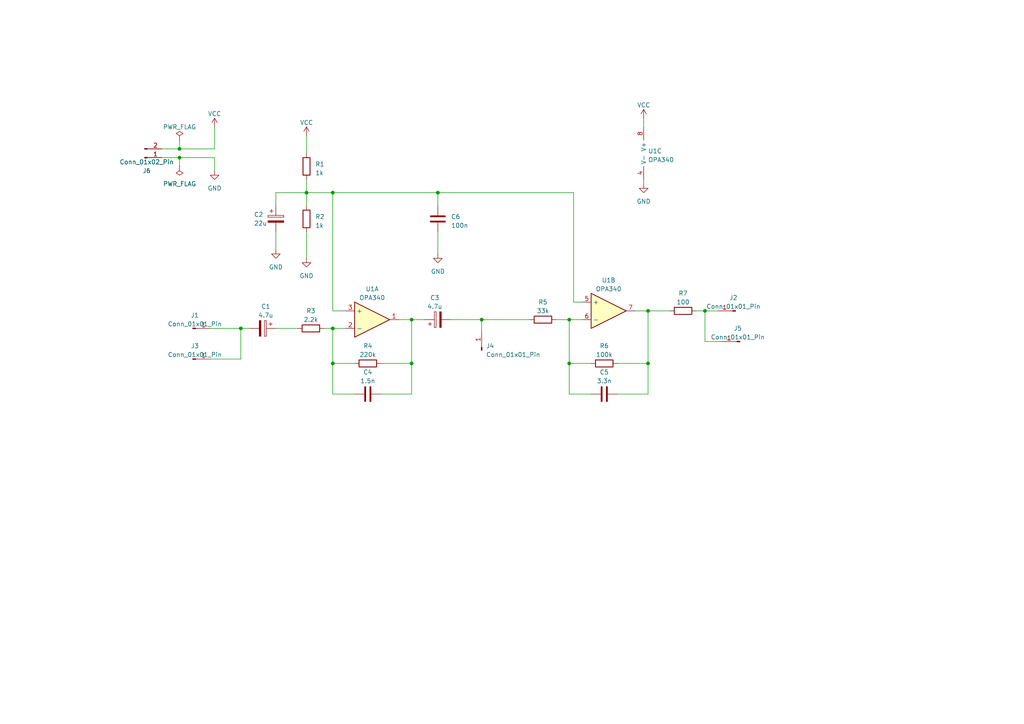
<source format=kicad_sch>
(kicad_sch (version 20230121) (generator eeschema)

  (uuid e388b4cb-8894-48b9-992b-4ac1b0f533f4)

  (paper "A4")

  (lib_symbols
    (symbol "Connector:Conn_01x01_Pin" (pin_names (offset 1.016) hide) (in_bom yes) (on_board yes)
      (property "Reference" "J" (at 0 2.54 0)
        (effects (font (size 1.27 1.27)))
      )
      (property "Value" "Conn_01x01_Pin" (at 0 -2.54 0)
        (effects (font (size 1.27 1.27)))
      )
      (property "Footprint" "" (at 0 0 0)
        (effects (font (size 1.27 1.27)) hide)
      )
      (property "Datasheet" "~" (at 0 0 0)
        (effects (font (size 1.27 1.27)) hide)
      )
      (property "ki_locked" "" (at 0 0 0)
        (effects (font (size 1.27 1.27)))
      )
      (property "ki_keywords" "connector" (at 0 0 0)
        (effects (font (size 1.27 1.27)) hide)
      )
      (property "ki_description" "Generic connector, single row, 01x01, script generated" (at 0 0 0)
        (effects (font (size 1.27 1.27)) hide)
      )
      (property "ki_fp_filters" "Connector*:*_1x??_*" (at 0 0 0)
        (effects (font (size 1.27 1.27)) hide)
      )
      (symbol "Conn_01x01_Pin_1_1"
        (polyline
          (pts
            (xy 1.27 0)
            (xy 0.8636 0)
          )
          (stroke (width 0.1524) (type default))
          (fill (type none))
        )
        (rectangle (start 0.8636 0.127) (end 0 -0.127)
          (stroke (width 0.1524) (type default))
          (fill (type outline))
        )
        (pin passive line (at 5.08 0 180) (length 3.81)
          (name "Pin_1" (effects (font (size 1.27 1.27))))
          (number "1" (effects (font (size 1.27 1.27))))
        )
      )
    )
    (symbol "Connector:Conn_01x02_Pin" (pin_names (offset 1.016) hide) (in_bom yes) (on_board yes)
      (property "Reference" "J" (at 0 2.54 0)
        (effects (font (size 1.27 1.27)))
      )
      (property "Value" "Conn_01x02_Pin" (at 0 -5.08 0)
        (effects (font (size 1.27 1.27)))
      )
      (property "Footprint" "" (at 0 0 0)
        (effects (font (size 1.27 1.27)) hide)
      )
      (property "Datasheet" "~" (at 0 0 0)
        (effects (font (size 1.27 1.27)) hide)
      )
      (property "ki_locked" "" (at 0 0 0)
        (effects (font (size 1.27 1.27)))
      )
      (property "ki_keywords" "connector" (at 0 0 0)
        (effects (font (size 1.27 1.27)) hide)
      )
      (property "ki_description" "Generic connector, single row, 01x02, script generated" (at 0 0 0)
        (effects (font (size 1.27 1.27)) hide)
      )
      (property "ki_fp_filters" "Connector*:*_1x??_*" (at 0 0 0)
        (effects (font (size 1.27 1.27)) hide)
      )
      (symbol "Conn_01x02_Pin_1_1"
        (polyline
          (pts
            (xy 1.27 -2.54)
            (xy 0.8636 -2.54)
          )
          (stroke (width 0.1524) (type default))
          (fill (type none))
        )
        (polyline
          (pts
            (xy 1.27 0)
            (xy 0.8636 0)
          )
          (stroke (width 0.1524) (type default))
          (fill (type none))
        )
        (rectangle (start 0.8636 -2.413) (end 0 -2.667)
          (stroke (width 0.1524) (type default))
          (fill (type outline))
        )
        (rectangle (start 0.8636 0.127) (end 0 -0.127)
          (stroke (width 0.1524) (type default))
          (fill (type outline))
        )
        (pin passive line (at 5.08 0 180) (length 3.81)
          (name "Pin_1" (effects (font (size 1.27 1.27))))
          (number "1" (effects (font (size 1.27 1.27))))
        )
        (pin passive line (at 5.08 -2.54 180) (length 3.81)
          (name "Pin_2" (effects (font (size 1.27 1.27))))
          (number "2" (effects (font (size 1.27 1.27))))
        )
      )
    )
    (symbol "Device:C" (pin_numbers hide) (pin_names (offset 0.254)) (in_bom yes) (on_board yes)
      (property "Reference" "C" (at 0.635 2.54 0)
        (effects (font (size 1.27 1.27)) (justify left))
      )
      (property "Value" "C" (at 0.635 -2.54 0)
        (effects (font (size 1.27 1.27)) (justify left))
      )
      (property "Footprint" "" (at 0.9652 -3.81 0)
        (effects (font (size 1.27 1.27)) hide)
      )
      (property "Datasheet" "~" (at 0 0 0)
        (effects (font (size 1.27 1.27)) hide)
      )
      (property "ki_keywords" "cap capacitor" (at 0 0 0)
        (effects (font (size 1.27 1.27)) hide)
      )
      (property "ki_description" "Unpolarized capacitor" (at 0 0 0)
        (effects (font (size 1.27 1.27)) hide)
      )
      (property "ki_fp_filters" "C_*" (at 0 0 0)
        (effects (font (size 1.27 1.27)) hide)
      )
      (symbol "C_0_1"
        (polyline
          (pts
            (xy -2.032 -0.762)
            (xy 2.032 -0.762)
          )
          (stroke (width 0.508) (type default))
          (fill (type none))
        )
        (polyline
          (pts
            (xy -2.032 0.762)
            (xy 2.032 0.762)
          )
          (stroke (width 0.508) (type default))
          (fill (type none))
        )
      )
      (symbol "C_1_1"
        (pin passive line (at 0 3.81 270) (length 2.794)
          (name "~" (effects (font (size 1.27 1.27))))
          (number "1" (effects (font (size 1.27 1.27))))
        )
        (pin passive line (at 0 -3.81 90) (length 2.794)
          (name "~" (effects (font (size 1.27 1.27))))
          (number "2" (effects (font (size 1.27 1.27))))
        )
      )
    )
    (symbol "Device:C_Polarized" (pin_numbers hide) (pin_names (offset 0.254)) (in_bom yes) (on_board yes)
      (property "Reference" "C" (at 0.635 2.54 0)
        (effects (font (size 1.27 1.27)) (justify left))
      )
      (property "Value" "C_Polarized" (at 0.635 -2.54 0)
        (effects (font (size 1.27 1.27)) (justify left))
      )
      (property "Footprint" "" (at 0.9652 -3.81 0)
        (effects (font (size 1.27 1.27)) hide)
      )
      (property "Datasheet" "~" (at 0 0 0)
        (effects (font (size 1.27 1.27)) hide)
      )
      (property "ki_keywords" "cap capacitor" (at 0 0 0)
        (effects (font (size 1.27 1.27)) hide)
      )
      (property "ki_description" "Polarized capacitor" (at 0 0 0)
        (effects (font (size 1.27 1.27)) hide)
      )
      (property "ki_fp_filters" "CP_*" (at 0 0 0)
        (effects (font (size 1.27 1.27)) hide)
      )
      (symbol "C_Polarized_0_1"
        (rectangle (start -2.286 0.508) (end 2.286 1.016)
          (stroke (width 0) (type default))
          (fill (type none))
        )
        (polyline
          (pts
            (xy -1.778 2.286)
            (xy -0.762 2.286)
          )
          (stroke (width 0) (type default))
          (fill (type none))
        )
        (polyline
          (pts
            (xy -1.27 2.794)
            (xy -1.27 1.778)
          )
          (stroke (width 0) (type default))
          (fill (type none))
        )
        (rectangle (start 2.286 -0.508) (end -2.286 -1.016)
          (stroke (width 0) (type default))
          (fill (type outline))
        )
      )
      (symbol "C_Polarized_1_1"
        (pin passive line (at 0 3.81 270) (length 2.794)
          (name "~" (effects (font (size 1.27 1.27))))
          (number "1" (effects (font (size 1.27 1.27))))
        )
        (pin passive line (at 0 -3.81 90) (length 2.794)
          (name "~" (effects (font (size 1.27 1.27))))
          (number "2" (effects (font (size 1.27 1.27))))
        )
      )
    )
    (symbol "Device:Opamp_Dual" (in_bom yes) (on_board yes)
      (property "Reference" "U" (at 0 5.08 0)
        (effects (font (size 1.27 1.27)) (justify left))
      )
      (property "Value" "Opamp_Dual" (at 0 -5.08 0)
        (effects (font (size 1.27 1.27)) (justify left))
      )
      (property "Footprint" "" (at 0 0 0)
        (effects (font (size 1.27 1.27)) hide)
      )
      (property "Datasheet" "~" (at 0 0 0)
        (effects (font (size 1.27 1.27)) hide)
      )
      (property "ki_locked" "" (at 0 0 0)
        (effects (font (size 1.27 1.27)))
      )
      (property "ki_keywords" "dual opamp" (at 0 0 0)
        (effects (font (size 1.27 1.27)) hide)
      )
      (property "ki_description" "Dual operational amplifier" (at 0 0 0)
        (effects (font (size 1.27 1.27)) hide)
      )
      (property "ki_fp_filters" "SOIC*3.9x4.9mm*P1.27mm* DIP*W7.62mm* MSOP*3x3mm*P0.65mm* SSOP*2.95x2.8mm*P0.65mm* TSSOP*3x3mm*P0.65mm* VSSOP*P0.5mm* TO?99*" (at 0 0 0)
        (effects (font (size 1.27 1.27)) hide)
      )
      (symbol "Opamp_Dual_1_1"
        (polyline
          (pts
            (xy -5.08 5.08)
            (xy 5.08 0)
            (xy -5.08 -5.08)
            (xy -5.08 5.08)
          )
          (stroke (width 0.254) (type default))
          (fill (type background))
        )
        (pin output line (at 7.62 0 180) (length 2.54)
          (name "~" (effects (font (size 1.27 1.27))))
          (number "1" (effects (font (size 1.27 1.27))))
        )
        (pin input line (at -7.62 -2.54 0) (length 2.54)
          (name "-" (effects (font (size 1.27 1.27))))
          (number "2" (effects (font (size 1.27 1.27))))
        )
        (pin input line (at -7.62 2.54 0) (length 2.54)
          (name "+" (effects (font (size 1.27 1.27))))
          (number "3" (effects (font (size 1.27 1.27))))
        )
      )
      (symbol "Opamp_Dual_2_1"
        (polyline
          (pts
            (xy -5.08 5.08)
            (xy 5.08 0)
            (xy -5.08 -5.08)
            (xy -5.08 5.08)
          )
          (stroke (width 0.254) (type default))
          (fill (type background))
        )
        (pin input line (at -7.62 2.54 0) (length 2.54)
          (name "+" (effects (font (size 1.27 1.27))))
          (number "5" (effects (font (size 1.27 1.27))))
        )
        (pin input line (at -7.62 -2.54 0) (length 2.54)
          (name "-" (effects (font (size 1.27 1.27))))
          (number "6" (effects (font (size 1.27 1.27))))
        )
        (pin output line (at 7.62 0 180) (length 2.54)
          (name "~" (effects (font (size 1.27 1.27))))
          (number "7" (effects (font (size 1.27 1.27))))
        )
      )
      (symbol "Opamp_Dual_3_1"
        (pin power_in line (at -2.54 -7.62 90) (length 3.81)
          (name "V-" (effects (font (size 1.27 1.27))))
          (number "4" (effects (font (size 1.27 1.27))))
        )
        (pin power_in line (at -2.54 7.62 270) (length 3.81)
          (name "V+" (effects (font (size 1.27 1.27))))
          (number "8" (effects (font (size 1.27 1.27))))
        )
      )
    )
    (symbol "Device:R" (pin_numbers hide) (pin_names (offset 0)) (in_bom yes) (on_board yes)
      (property "Reference" "R" (at 2.032 0 90)
        (effects (font (size 1.27 1.27)))
      )
      (property "Value" "R" (at 0 0 90)
        (effects (font (size 1.27 1.27)))
      )
      (property "Footprint" "" (at -1.778 0 90)
        (effects (font (size 1.27 1.27)) hide)
      )
      (property "Datasheet" "~" (at 0 0 0)
        (effects (font (size 1.27 1.27)) hide)
      )
      (property "ki_keywords" "R res resistor" (at 0 0 0)
        (effects (font (size 1.27 1.27)) hide)
      )
      (property "ki_description" "Resistor" (at 0 0 0)
        (effects (font (size 1.27 1.27)) hide)
      )
      (property "ki_fp_filters" "R_*" (at 0 0 0)
        (effects (font (size 1.27 1.27)) hide)
      )
      (symbol "R_0_1"
        (rectangle (start -1.016 -2.54) (end 1.016 2.54)
          (stroke (width 0.254) (type default))
          (fill (type none))
        )
      )
      (symbol "R_1_1"
        (pin passive line (at 0 3.81 270) (length 1.27)
          (name "~" (effects (font (size 1.27 1.27))))
          (number "1" (effects (font (size 1.27 1.27))))
        )
        (pin passive line (at 0 -3.81 90) (length 1.27)
          (name "~" (effects (font (size 1.27 1.27))))
          (number "2" (effects (font (size 1.27 1.27))))
        )
      )
    )
    (symbol "power:GND" (power) (pin_names (offset 0)) (in_bom yes) (on_board yes)
      (property "Reference" "#PWR" (at 0 -6.35 0)
        (effects (font (size 1.27 1.27)) hide)
      )
      (property "Value" "GND" (at 0 -3.81 0)
        (effects (font (size 1.27 1.27)))
      )
      (property "Footprint" "" (at 0 0 0)
        (effects (font (size 1.27 1.27)) hide)
      )
      (property "Datasheet" "" (at 0 0 0)
        (effects (font (size 1.27 1.27)) hide)
      )
      (property "ki_keywords" "global power" (at 0 0 0)
        (effects (font (size 1.27 1.27)) hide)
      )
      (property "ki_description" "Power symbol creates a global label with name \"GND\" , ground" (at 0 0 0)
        (effects (font (size 1.27 1.27)) hide)
      )
      (symbol "GND_0_1"
        (polyline
          (pts
            (xy 0 0)
            (xy 0 -1.27)
            (xy 1.27 -1.27)
            (xy 0 -2.54)
            (xy -1.27 -1.27)
            (xy 0 -1.27)
          )
          (stroke (width 0) (type default))
          (fill (type none))
        )
      )
      (symbol "GND_1_1"
        (pin power_in line (at 0 0 270) (length 0) hide
          (name "GND" (effects (font (size 1.27 1.27))))
          (number "1" (effects (font (size 1.27 1.27))))
        )
      )
    )
    (symbol "power:PWR_FLAG" (power) (pin_numbers hide) (pin_names (offset 0) hide) (in_bom yes) (on_board yes)
      (property "Reference" "#FLG" (at 0 1.905 0)
        (effects (font (size 1.27 1.27)) hide)
      )
      (property "Value" "PWR_FLAG" (at 0 3.81 0)
        (effects (font (size 1.27 1.27)))
      )
      (property "Footprint" "" (at 0 0 0)
        (effects (font (size 1.27 1.27)) hide)
      )
      (property "Datasheet" "~" (at 0 0 0)
        (effects (font (size 1.27 1.27)) hide)
      )
      (property "ki_keywords" "flag power" (at 0 0 0)
        (effects (font (size 1.27 1.27)) hide)
      )
      (property "ki_description" "Special symbol for telling ERC where power comes from" (at 0 0 0)
        (effects (font (size 1.27 1.27)) hide)
      )
      (symbol "PWR_FLAG_0_0"
        (pin power_out line (at 0 0 90) (length 0)
          (name "pwr" (effects (font (size 1.27 1.27))))
          (number "1" (effects (font (size 1.27 1.27))))
        )
      )
      (symbol "PWR_FLAG_0_1"
        (polyline
          (pts
            (xy 0 0)
            (xy 0 1.27)
            (xy -1.016 1.905)
            (xy 0 2.54)
            (xy 1.016 1.905)
            (xy 0 1.27)
          )
          (stroke (width 0) (type default))
          (fill (type none))
        )
      )
    )
    (symbol "power:VCC" (power) (pin_names (offset 0)) (in_bom yes) (on_board yes)
      (property "Reference" "#PWR" (at 0 -3.81 0)
        (effects (font (size 1.27 1.27)) hide)
      )
      (property "Value" "VCC" (at 0 3.81 0)
        (effects (font (size 1.27 1.27)))
      )
      (property "Footprint" "" (at 0 0 0)
        (effects (font (size 1.27 1.27)) hide)
      )
      (property "Datasheet" "" (at 0 0 0)
        (effects (font (size 1.27 1.27)) hide)
      )
      (property "ki_keywords" "global power" (at 0 0 0)
        (effects (font (size 1.27 1.27)) hide)
      )
      (property "ki_description" "Power symbol creates a global label with name \"VCC\"" (at 0 0 0)
        (effects (font (size 1.27 1.27)) hide)
      )
      (symbol "VCC_0_1"
        (polyline
          (pts
            (xy -0.762 1.27)
            (xy 0 2.54)
          )
          (stroke (width 0) (type default))
          (fill (type none))
        )
        (polyline
          (pts
            (xy 0 0)
            (xy 0 2.54)
          )
          (stroke (width 0) (type default))
          (fill (type none))
        )
        (polyline
          (pts
            (xy 0 2.54)
            (xy 0.762 1.27)
          )
          (stroke (width 0) (type default))
          (fill (type none))
        )
      )
      (symbol "VCC_1_1"
        (pin power_in line (at 0 0 90) (length 0) hide
          (name "VCC" (effects (font (size 1.27 1.27))))
          (number "1" (effects (font (size 1.27 1.27))))
        )
      )
    )
  )

  (junction (at 69.85 95.25) (diameter 0) (color 0 0 0 0)
    (uuid 5b9d84fd-9689-48fc-a44d-81ab61249a04)
  )
  (junction (at 96.52 55.88) (diameter 0) (color 0 0 0 0)
    (uuid 65ed148f-35b7-4466-a310-c4b6d94de6f6)
  )
  (junction (at 165.1 92.71) (diameter 0) (color 0 0 0 0)
    (uuid 685149c7-6c8c-4496-ade4-a7910a273984)
  )
  (junction (at 139.7 92.71) (diameter 0) (color 0 0 0 0)
    (uuid 719ad028-5bb8-4475-8af4-fc6b136c9893)
  )
  (junction (at 96.52 95.25) (diameter 0) (color 0 0 0 0)
    (uuid 726c401e-812c-4a52-a8f4-465b14a70c59)
  )
  (junction (at 187.96 90.17) (diameter 0) (color 0 0 0 0)
    (uuid 7dab1b62-1f73-4b89-afee-5b0f8bf6ae87)
  )
  (junction (at 127 55.88) (diameter 0) (color 0 0 0 0)
    (uuid 9373a913-7ee9-4048-9581-191afa311dd8)
  )
  (junction (at 96.52 105.41) (diameter 0) (color 0 0 0 0)
    (uuid a294c18a-3bd9-46c6-b9fd-3b3893fceeef)
  )
  (junction (at 88.9 55.88) (diameter 0) (color 0 0 0 0)
    (uuid a64dbb88-40a2-48ed-9e00-1e3c797d205e)
  )
  (junction (at 52.07 45.72) (diameter 0) (color 0 0 0 0)
    (uuid a878fac8-b319-41fb-aed3-6a187a861ed0)
  )
  (junction (at 119.38 92.71) (diameter 0) (color 0 0 0 0)
    (uuid ae246048-ef81-4cf1-9f93-96387d042214)
  )
  (junction (at 165.1 105.41) (diameter 0) (color 0 0 0 0)
    (uuid bcbe809f-0bd6-4143-8d28-b5c9006b4438)
  )
  (junction (at 187.96 105.41) (diameter 0) (color 0 0 0 0)
    (uuid c28279c8-2c41-4996-9708-43b8317f0ffb)
  )
  (junction (at 119.38 105.41) (diameter 0) (color 0 0 0 0)
    (uuid cd3439b2-7eac-49f7-80c1-59ad91d1ed89)
  )
  (junction (at 52.07 43.18) (diameter 0) (color 0 0 0 0)
    (uuid e06a5a94-b799-42b0-afde-8c98abe46d65)
  )
  (junction (at 204.47 90.17) (diameter 0) (color 0 0 0 0)
    (uuid e09763eb-8a4f-4bba-9978-c1df7ba4bc5f)
  )

  (wire (pts (xy 130.81 92.71) (xy 139.7 92.71))
    (stroke (width 0) (type default))
    (uuid 00843439-f094-4394-8a51-2b01b52a808f)
  )
  (wire (pts (xy 96.52 95.25) (xy 96.52 105.41))
    (stroke (width 0) (type default))
    (uuid 07ace532-0a28-4e30-b3ec-702f06859152)
  )
  (wire (pts (xy 88.9 67.31) (xy 88.9 74.93))
    (stroke (width 0) (type default))
    (uuid 17b4b14c-5307-499b-9867-2bf3c4c53f91)
  )
  (wire (pts (xy 165.1 105.41) (xy 165.1 92.71))
    (stroke (width 0) (type default))
    (uuid 1857afbc-e31d-4c2b-be04-1f6d541204f9)
  )
  (wire (pts (xy 52.07 43.18) (xy 52.07 40.64))
    (stroke (width 0) (type default))
    (uuid 188939fa-02ea-4ac6-b297-0ab8504c35ce)
  )
  (wire (pts (xy 60.96 104.14) (xy 69.85 104.14))
    (stroke (width 0) (type default))
    (uuid 1fa68378-f27a-404a-b128-1db99fd51e07)
  )
  (wire (pts (xy 127 55.88) (xy 166.37 55.88))
    (stroke (width 0) (type default))
    (uuid 20056e55-352a-4df1-8234-f8fb99d536e4)
  )
  (wire (pts (xy 110.49 114.3) (xy 119.38 114.3))
    (stroke (width 0) (type default))
    (uuid 2773793d-0149-4e65-a650-237ccfb14994)
  )
  (wire (pts (xy 127 55.88) (xy 127 59.69))
    (stroke (width 0) (type default))
    (uuid 28ece9a2-97e3-4291-9501-1188f95adc12)
  )
  (wire (pts (xy 119.38 105.41) (xy 119.38 92.71))
    (stroke (width 0) (type default))
    (uuid 311eedaf-b668-4fcc-83ef-cd6050d87329)
  )
  (wire (pts (xy 119.38 92.71) (xy 123.19 92.71))
    (stroke (width 0) (type default))
    (uuid 33b13581-2c74-4068-9251-b0a07ca14009)
  )
  (wire (pts (xy 80.01 95.25) (xy 86.36 95.25))
    (stroke (width 0) (type default))
    (uuid 3621f99b-ada9-4609-b26b-f2fd7982d735)
  )
  (wire (pts (xy 96.52 55.88) (xy 127 55.88))
    (stroke (width 0) (type default))
    (uuid 3a646d27-e126-451b-9e3f-201feb98830b)
  )
  (wire (pts (xy 88.9 55.88) (xy 96.52 55.88))
    (stroke (width 0) (type default))
    (uuid 4adcda3a-791b-49aa-89a3-76ec70ba3666)
  )
  (wire (pts (xy 209.55 99.06) (xy 204.47 99.06))
    (stroke (width 0) (type default))
    (uuid 52b44f1b-ef0d-4019-a2d2-00c345a8881c)
  )
  (wire (pts (xy 204.47 90.17) (xy 208.28 90.17))
    (stroke (width 0) (type default))
    (uuid 5509bd7d-4c5b-484a-8f4d-fbf71c026586)
  )
  (wire (pts (xy 186.69 52.07) (xy 186.69 53.34))
    (stroke (width 0) (type default))
    (uuid 5fa53e5a-fde1-4f6e-8e5f-dae646e0e735)
  )
  (wire (pts (xy 166.37 87.63) (xy 168.91 87.63))
    (stroke (width 0) (type default))
    (uuid 650a5309-364b-4b7f-843b-3205cda608ba)
  )
  (wire (pts (xy 201.93 90.17) (xy 204.47 90.17))
    (stroke (width 0) (type default))
    (uuid 658e1a2a-c543-46dd-9dce-1e6caf27fc10)
  )
  (wire (pts (xy 165.1 92.71) (xy 168.91 92.71))
    (stroke (width 0) (type default))
    (uuid 6d8e2022-7ead-4404-a0ff-e5caa71d312d)
  )
  (wire (pts (xy 96.52 105.41) (xy 96.52 114.3))
    (stroke (width 0) (type default))
    (uuid 76406df0-c35f-4792-8e02-2d0c2f2e944b)
  )
  (wire (pts (xy 88.9 55.88) (xy 88.9 59.69))
    (stroke (width 0) (type default))
    (uuid 7d61da39-35b2-4035-be60-5360537733b8)
  )
  (wire (pts (xy 187.96 105.41) (xy 187.96 90.17))
    (stroke (width 0) (type default))
    (uuid 83de01e1-d734-4925-87dc-e5c7c07e4fec)
  )
  (wire (pts (xy 52.07 45.72) (xy 52.07 48.26))
    (stroke (width 0) (type default))
    (uuid 87ca86a1-9acf-46de-9464-10ff1f283cc3)
  )
  (wire (pts (xy 102.87 114.3) (xy 96.52 114.3))
    (stroke (width 0) (type default))
    (uuid 88afd13e-38a3-4602-84b7-02d9ee5d4bfe)
  )
  (wire (pts (xy 52.07 45.72) (xy 62.23 45.72))
    (stroke (width 0) (type default))
    (uuid 8abfd911-6ae0-4c63-aba1-ff87532c768f)
  )
  (wire (pts (xy 96.52 55.88) (xy 96.52 90.17))
    (stroke (width 0) (type default))
    (uuid 8c96b66b-4bac-4dd2-a89d-16267084fa68)
  )
  (wire (pts (xy 80.01 59.69) (xy 80.01 55.88))
    (stroke (width 0) (type default))
    (uuid 8df02395-9cfd-4a78-b58a-7f81a6c128be)
  )
  (wire (pts (xy 96.52 95.25) (xy 100.33 95.25))
    (stroke (width 0) (type default))
    (uuid 9172d77b-0d7e-40e2-bfcf-7eb0cb931c3b)
  )
  (wire (pts (xy 161.29 92.71) (xy 165.1 92.71))
    (stroke (width 0) (type default))
    (uuid 91be6f96-6a31-48ac-b59e-edeaab0fef61)
  )
  (wire (pts (xy 179.07 105.41) (xy 187.96 105.41))
    (stroke (width 0) (type default))
    (uuid 92e39b7d-5a5b-440a-a770-f3e5aa3b5188)
  )
  (wire (pts (xy 88.9 39.37) (xy 88.9 44.45))
    (stroke (width 0) (type default))
    (uuid 9620a40b-2e4e-4436-b68a-2a4ff3c0bb64)
  )
  (wire (pts (xy 115.57 92.71) (xy 119.38 92.71))
    (stroke (width 0) (type default))
    (uuid 96c951a2-6ef9-4485-a148-4b459f65e278)
  )
  (wire (pts (xy 69.85 104.14) (xy 69.85 95.25))
    (stroke (width 0) (type default))
    (uuid 98ea5921-cc3a-43dd-b680-b08d888baa95)
  )
  (wire (pts (xy 60.96 95.25) (xy 69.85 95.25))
    (stroke (width 0) (type default))
    (uuid 992c14eb-e82f-4255-82af-b455db6911fb)
  )
  (wire (pts (xy 187.96 90.17) (xy 194.31 90.17))
    (stroke (width 0) (type default))
    (uuid 99b92276-f933-459d-824e-139577952dd5)
  )
  (wire (pts (xy 93.98 95.25) (xy 96.52 95.25))
    (stroke (width 0) (type default))
    (uuid a0121904-6ecb-4fac-8d98-2c8d8817302a)
  )
  (wire (pts (xy 46.99 43.18) (xy 52.07 43.18))
    (stroke (width 0) (type default))
    (uuid a36fb41e-966f-4968-91b4-b7de6cf481db)
  )
  (wire (pts (xy 80.01 55.88) (xy 88.9 55.88))
    (stroke (width 0) (type default))
    (uuid ab069517-e279-4bc5-8009-680ac9bb60da)
  )
  (wire (pts (xy 171.45 114.3) (xy 165.1 114.3))
    (stroke (width 0) (type default))
    (uuid adb25baa-a9bc-4351-aed1-6673cc79dda0)
  )
  (wire (pts (xy 110.49 105.41) (xy 119.38 105.41))
    (stroke (width 0) (type default))
    (uuid ae89f17a-b17e-4d8f-b629-dec2c32532d9)
  )
  (wire (pts (xy 52.07 43.18) (xy 62.23 43.18))
    (stroke (width 0) (type default))
    (uuid b2d1da74-4bbd-4a9f-a7fa-c4f79b5ad708)
  )
  (wire (pts (xy 179.07 114.3) (xy 187.96 114.3))
    (stroke (width 0) (type default))
    (uuid bce08cec-ec4c-42f8-b253-c2e2049d152e)
  )
  (wire (pts (xy 100.33 90.17) (xy 96.52 90.17))
    (stroke (width 0) (type default))
    (uuid bd8d2936-55be-4ca8-b7a0-32f44ec8e129)
  )
  (wire (pts (xy 165.1 114.3) (xy 165.1 105.41))
    (stroke (width 0) (type default))
    (uuid c0afc4d9-8cf8-42c0-aa48-ec6260e14bb6)
  )
  (wire (pts (xy 119.38 114.3) (xy 119.38 105.41))
    (stroke (width 0) (type default))
    (uuid c14b4746-09d6-4cfe-91f4-fac96f42b7f2)
  )
  (wire (pts (xy 46.99 45.72) (xy 52.07 45.72))
    (stroke (width 0) (type default))
    (uuid c645f002-37f8-43fa-95b2-8e755b504d5d)
  )
  (wire (pts (xy 96.52 105.41) (xy 102.87 105.41))
    (stroke (width 0) (type default))
    (uuid c6e24d55-479a-4f7a-b0a3-a09f8ff004ee)
  )
  (wire (pts (xy 171.45 105.41) (xy 165.1 105.41))
    (stroke (width 0) (type default))
    (uuid cc0d8e55-e756-47ed-98b1-e9162b6b3331)
  )
  (wire (pts (xy 80.01 67.31) (xy 80.01 72.39))
    (stroke (width 0) (type default))
    (uuid d84d7bc8-842f-44b4-b21d-0d3452d298ce)
  )
  (wire (pts (xy 127 67.31) (xy 127 73.66))
    (stroke (width 0) (type default))
    (uuid d92e4695-8ca7-47bf-ac7d-c6b10fff0ac7)
  )
  (wire (pts (xy 62.23 49.53) (xy 62.23 45.72))
    (stroke (width 0) (type default))
    (uuid e1c13f1b-720d-46cb-84a9-f0b6a3ddd1c5)
  )
  (wire (pts (xy 186.69 34.29) (xy 186.69 36.83))
    (stroke (width 0) (type default))
    (uuid e3448344-d8a5-412c-9aa4-cc4cc6be8176)
  )
  (wire (pts (xy 88.9 52.07) (xy 88.9 55.88))
    (stroke (width 0) (type default))
    (uuid e6bd4a0e-cc84-40e1-ba03-0542833d9c47)
  )
  (wire (pts (xy 62.23 43.18) (xy 62.23 36.83))
    (stroke (width 0) (type default))
    (uuid e7943ee8-1921-4aef-bff5-452648b67a53)
  )
  (wire (pts (xy 69.85 95.25) (xy 72.39 95.25))
    (stroke (width 0) (type default))
    (uuid eb4b2bbc-6762-4479-942f-548b44c14679)
  )
  (wire (pts (xy 139.7 92.71) (xy 153.67 92.71))
    (stroke (width 0) (type default))
    (uuid f7bb66f2-ed53-4c13-aa07-ee8a422bfd74)
  )
  (wire (pts (xy 184.15 90.17) (xy 187.96 90.17))
    (stroke (width 0) (type default))
    (uuid f890ae32-fdc8-4fcf-a8d7-9dd1c3d74f6d)
  )
  (wire (pts (xy 166.37 55.88) (xy 166.37 87.63))
    (stroke (width 0) (type default))
    (uuid fadd02fc-0bbc-41a0-ac4c-1a7405f871cf)
  )
  (wire (pts (xy 187.96 114.3) (xy 187.96 105.41))
    (stroke (width 0) (type default))
    (uuid fb27d8ab-dae0-4a66-a3f9-8e02ef4b429e)
  )
  (wire (pts (xy 139.7 92.71) (xy 139.7 96.52))
    (stroke (width 0) (type default))
    (uuid fd0c18dc-4e9c-42a3-bc49-480e8f5bf6a7)
  )
  (wire (pts (xy 204.47 99.06) (xy 204.47 90.17))
    (stroke (width 0) (type default))
    (uuid fe99df04-6238-4509-b561-d209f2469868)
  )

  (symbol (lib_id "Device:C") (at 106.68 114.3 90) (unit 1)
    (in_bom yes) (on_board yes) (dnp no) (fields_autoplaced)
    (uuid 06908ae0-a1d0-46e1-b6e8-37b203c23e68)
    (property "Reference" "C4" (at 106.68 107.95 90)
      (effects (font (size 1.27 1.27)))
    )
    (property "Value" "1.5n" (at 106.68 110.49 90)
      (effects (font (size 1.27 1.27)))
    )
    (property "Footprint" "Capacitor_THT:C_Rect_L7.2mm_W2.5mm_P5.00mm_FKS2_FKP2_MKS2_MKP2" (at 110.49 113.3348 0)
      (effects (font (size 1.27 1.27)) hide)
    )
    (property "Datasheet" "~" (at 106.68 114.3 0)
      (effects (font (size 1.27 1.27)) hide)
    )
    (pin "1" (uuid a714a86e-64f4-4470-a9f2-be86d8094d82))
    (pin "2" (uuid 0732375a-cb67-4cca-82fa-ce0f6563bc3e))
    (instances
      (project "exercise1"
        (path "/e388b4cb-8894-48b9-992b-4ac1b0f533f4"
          (reference "C4") (unit 1)
        )
      )
    )
  )

  (symbol (lib_id "Device:C_Polarized") (at 80.01 63.5 0) (unit 1)
    (in_bom yes) (on_board yes) (dnp no)
    (uuid 185e0242-0ce1-431f-9211-d47e5e1e853b)
    (property "Reference" "C2" (at 73.66 62.23 0)
      (effects (font (size 1.27 1.27)) (justify left))
    )
    (property "Value" "22u" (at 73.66 64.77 0)
      (effects (font (size 1.27 1.27)) (justify left))
    )
    (property "Footprint" "Capacitor_THT:CP_Radial_D6.3mm_P2.50mm" (at 80.9752 67.31 0)
      (effects (font (size 1.27 1.27)) hide)
    )
    (property "Datasheet" "~" (at 80.01 63.5 0)
      (effects (font (size 1.27 1.27)) hide)
    )
    (pin "1" (uuid 8cdc66cf-4a59-4a19-9439-ba449bf7cc82))
    (pin "2" (uuid 29bd402e-47cf-4e0d-bd51-235a0a5e05ad))
    (instances
      (project "exercise1"
        (path "/e388b4cb-8894-48b9-992b-4ac1b0f533f4"
          (reference "C2") (unit 1)
        )
      )
    )
  )

  (symbol (lib_id "Connector:Conn_01x01_Pin") (at 55.88 95.25 0) (unit 1)
    (in_bom yes) (on_board yes) (dnp no) (fields_autoplaced)
    (uuid 187e2593-42d0-449b-bd2a-5d33f0294baa)
    (property "Reference" "J1" (at 56.515 91.44 0)
      (effects (font (size 1.27 1.27)))
    )
    (property "Value" "Conn_01x01_Pin" (at 56.515 93.98 0)
      (effects (font (size 1.27 1.27)))
    )
    (property "Footprint" "Connector_PinHeader_2.54mm:PinHeader_1x01_P2.54mm_Vertical" (at 55.88 95.25 0)
      (effects (font (size 1.27 1.27)) hide)
    )
    (property "Datasheet" "~" (at 55.88 95.25 0)
      (effects (font (size 1.27 1.27)) hide)
    )
    (pin "1" (uuid ddf85fc1-7134-44b4-9bf1-29b73a53fd1d))
    (instances
      (project "exercise1"
        (path "/e388b4cb-8894-48b9-992b-4ac1b0f533f4"
          (reference "J1") (unit 1)
        )
      )
    )
  )

  (symbol (lib_id "power:GND") (at 127 73.66 0) (unit 1)
    (in_bom yes) (on_board yes) (dnp no) (fields_autoplaced)
    (uuid 1a95f3ca-f7a9-45ff-8ea8-7dfc178df2db)
    (property "Reference" "#PWR03" (at 127 80.01 0)
      (effects (font (size 1.27 1.27)) hide)
    )
    (property "Value" "GND" (at 127 78.74 0)
      (effects (font (size 1.27 1.27)))
    )
    (property "Footprint" "" (at 127 73.66 0)
      (effects (font (size 1.27 1.27)) hide)
    )
    (property "Datasheet" "" (at 127 73.66 0)
      (effects (font (size 1.27 1.27)) hide)
    )
    (pin "1" (uuid cd78aa99-a38b-4ca3-bf8b-e78fb53c5b43))
    (instances
      (project "exercise1"
        (path "/e388b4cb-8894-48b9-992b-4ac1b0f533f4"
          (reference "#PWR03") (unit 1)
        )
      )
    )
  )

  (symbol (lib_id "Connector:Conn_01x01_Pin") (at 213.36 90.17 180) (unit 1)
    (in_bom yes) (on_board yes) (dnp no) (fields_autoplaced)
    (uuid 3e070506-2af5-4083-b1d1-154dd677df3e)
    (property "Reference" "J2" (at 212.725 86.36 0)
      (effects (font (size 1.27 1.27)))
    )
    (property "Value" "Conn_01x01_Pin" (at 212.725 88.9 0)
      (effects (font (size 1.27 1.27)))
    )
    (property "Footprint" "Connector_PinHeader_2.54mm:PinHeader_1x01_P2.54mm_Vertical" (at 213.36 90.17 0)
      (effects (font (size 1.27 1.27)) hide)
    )
    (property "Datasheet" "~" (at 213.36 90.17 0)
      (effects (font (size 1.27 1.27)) hide)
    )
    (pin "1" (uuid 161ef949-7b06-486d-ba02-e06c62c84ffe))
    (instances
      (project "exercise1"
        (path "/e388b4cb-8894-48b9-992b-4ac1b0f533f4"
          (reference "J2") (unit 1)
        )
      )
    )
  )

  (symbol (lib_id "power:VCC") (at 186.69 34.29 0) (unit 1)
    (in_bom yes) (on_board yes) (dnp no) (fields_autoplaced)
    (uuid 4870abdb-1914-4fd1-b882-14996fcc1b9c)
    (property "Reference" "#PWR06" (at 186.69 38.1 0)
      (effects (font (size 1.27 1.27)) hide)
    )
    (property "Value" "VCC" (at 186.69 30.48 0)
      (effects (font (size 1.27 1.27)))
    )
    (property "Footprint" "" (at 186.69 34.29 0)
      (effects (font (size 1.27 1.27)) hide)
    )
    (property "Datasheet" "" (at 186.69 34.29 0)
      (effects (font (size 1.27 1.27)) hide)
    )
    (pin "1" (uuid a164ca3b-fc2d-4e88-af22-b08b1b36b489))
    (instances
      (project "exercise1"
        (path "/e388b4cb-8894-48b9-992b-4ac1b0f533f4"
          (reference "#PWR06") (unit 1)
        )
      )
    )
  )

  (symbol (lib_id "Connector:Conn_01x01_Pin") (at 55.88 104.14 0) (unit 1)
    (in_bom yes) (on_board yes) (dnp no) (fields_autoplaced)
    (uuid 496e4c78-fb86-4fe6-827c-0ca3c479f439)
    (property "Reference" "J3" (at 56.515 100.33 0)
      (effects (font (size 1.27 1.27)))
    )
    (property "Value" "Conn_01x01_Pin" (at 56.515 102.87 0)
      (effects (font (size 1.27 1.27)))
    )
    (property "Footprint" "Connector_PinHeader_2.54mm:PinHeader_1x01_P2.54mm_Vertical" (at 55.88 104.14 0)
      (effects (font (size 1.27 1.27)) hide)
    )
    (property "Datasheet" "~" (at 55.88 104.14 0)
      (effects (font (size 1.27 1.27)) hide)
    )
    (pin "1" (uuid 434da22f-7538-42ba-8e9a-01e57d02b919))
    (instances
      (project "exercise1"
        (path "/e388b4cb-8894-48b9-992b-4ac1b0f533f4"
          (reference "J3") (unit 1)
        )
      )
    )
  )

  (symbol (lib_id "power:GND") (at 80.01 72.39 0) (unit 1)
    (in_bom yes) (on_board yes) (dnp no) (fields_autoplaced)
    (uuid 4dbe8ba2-6af3-428f-8760-f96adc6acf6c)
    (property "Reference" "#PWR01" (at 80.01 78.74 0)
      (effects (font (size 1.27 1.27)) hide)
    )
    (property "Value" "GND" (at 80.01 77.47 0)
      (effects (font (size 1.27 1.27)))
    )
    (property "Footprint" "" (at 80.01 72.39 0)
      (effects (font (size 1.27 1.27)) hide)
    )
    (property "Datasheet" "" (at 80.01 72.39 0)
      (effects (font (size 1.27 1.27)) hide)
    )
    (pin "1" (uuid 009fb3b3-c7e8-4e6e-be17-ce59248ba35e))
    (instances
      (project "exercise1"
        (path "/e388b4cb-8894-48b9-992b-4ac1b0f533f4"
          (reference "#PWR01") (unit 1)
        )
      )
    )
  )

  (symbol (lib_id "power:GND") (at 62.23 49.53 0) (unit 1)
    (in_bom yes) (on_board yes) (dnp no) (fields_autoplaced)
    (uuid 4dd7f15b-1061-4197-9527-31cfa4358205)
    (property "Reference" "#PWR08" (at 62.23 55.88 0)
      (effects (font (size 1.27 1.27)) hide)
    )
    (property "Value" "GND" (at 62.23 54.61 0)
      (effects (font (size 1.27 1.27)))
    )
    (property "Footprint" "" (at 62.23 49.53 0)
      (effects (font (size 1.27 1.27)) hide)
    )
    (property "Datasheet" "" (at 62.23 49.53 0)
      (effects (font (size 1.27 1.27)) hide)
    )
    (pin "1" (uuid df31963b-e741-4edf-8662-61fc51b0602c))
    (instances
      (project "exercise1"
        (path "/e388b4cb-8894-48b9-992b-4ac1b0f533f4"
          (reference "#PWR08") (unit 1)
        )
      )
    )
  )

  (symbol (lib_id "Device:R") (at 175.26 105.41 90) (unit 1)
    (in_bom yes) (on_board yes) (dnp no) (fields_autoplaced)
    (uuid 4e03c754-e977-4dff-8558-7ec0de9c9666)
    (property "Reference" "R6" (at 175.26 100.33 90)
      (effects (font (size 1.27 1.27)))
    )
    (property "Value" "100k" (at 175.26 102.87 90)
      (effects (font (size 1.27 1.27)))
    )
    (property "Footprint" "Resistor_THT:R_Axial_DIN0204_L3.6mm_D1.6mm_P7.62mm_Horizontal" (at 175.26 107.188 90)
      (effects (font (size 1.27 1.27)) hide)
    )
    (property "Datasheet" "~" (at 175.26 105.41 0)
      (effects (font (size 1.27 1.27)) hide)
    )
    (pin "1" (uuid cb2ee23a-4dc1-4cd0-babb-94d88f2a54c1))
    (pin "2" (uuid b3c0d8e0-23a9-42cb-bce1-634545a9b328))
    (instances
      (project "exercise1"
        (path "/e388b4cb-8894-48b9-992b-4ac1b0f533f4"
          (reference "R6") (unit 1)
        )
      )
    )
  )

  (symbol (lib_id "Device:R") (at 88.9 63.5 0) (unit 1)
    (in_bom yes) (on_board yes) (dnp no) (fields_autoplaced)
    (uuid 4f77633a-9720-48fd-b0bd-d45dacdf154e)
    (property "Reference" "R2" (at 91.44 62.865 0)
      (effects (font (size 1.27 1.27)) (justify left))
    )
    (property "Value" "1k" (at 91.44 65.405 0)
      (effects (font (size 1.27 1.27)) (justify left))
    )
    (property "Footprint" "Resistor_THT:R_Axial_DIN0204_L3.6mm_D1.6mm_P7.62mm_Horizontal" (at 87.122 63.5 90)
      (effects (font (size 1.27 1.27)) hide)
    )
    (property "Datasheet" "~" (at 88.9 63.5 0)
      (effects (font (size 1.27 1.27)) hide)
    )
    (pin "1" (uuid eab5cdca-563a-42db-9d68-128b03bf3ea8))
    (pin "2" (uuid db6fe8d4-e495-4c56-b315-88d44ae9a973))
    (instances
      (project "exercise1"
        (path "/e388b4cb-8894-48b9-992b-4ac1b0f533f4"
          (reference "R2") (unit 1)
        )
      )
    )
  )

  (symbol (lib_id "power:GND") (at 88.9 74.93 0) (unit 1)
    (in_bom yes) (on_board yes) (dnp no) (fields_autoplaced)
    (uuid 4fea5ed7-22bf-4e8a-940c-e26e85463956)
    (property "Reference" "#PWR02" (at 88.9 81.28 0)
      (effects (font (size 1.27 1.27)) hide)
    )
    (property "Value" "GND" (at 88.9 80.01 0)
      (effects (font (size 1.27 1.27)))
    )
    (property "Footprint" "" (at 88.9 74.93 0)
      (effects (font (size 1.27 1.27)) hide)
    )
    (property "Datasheet" "" (at 88.9 74.93 0)
      (effects (font (size 1.27 1.27)) hide)
    )
    (pin "1" (uuid 325bb80a-827d-4797-aae0-af4983785bfd))
    (instances
      (project "exercise1"
        (path "/e388b4cb-8894-48b9-992b-4ac1b0f533f4"
          (reference "#PWR02") (unit 1)
        )
      )
    )
  )

  (symbol (lib_id "Device:Opamp_Dual") (at 176.53 90.17 0) (unit 2)
    (in_bom yes) (on_board yes) (dnp no) (fields_autoplaced)
    (uuid 527a36ae-b11f-4790-a530-ec47d27503e6)
    (property "Reference" "U1" (at 176.53 81.28 0)
      (effects (font (size 1.27 1.27)))
    )
    (property "Value" "OPA340" (at 176.53 83.82 0)
      (effects (font (size 1.27 1.27)))
    )
    (property "Footprint" "Package_DIP:DIP-8_W7.62mm_Socket" (at 176.53 90.17 0)
      (effects (font (size 1.27 1.27)) hide)
    )
    (property "Datasheet" "~" (at 176.53 90.17 0)
      (effects (font (size 1.27 1.27)) hide)
    )
    (pin "1" (uuid aee4b0ee-5aaf-4f6c-9ba2-c115eaa35215))
    (pin "2" (uuid 9a717b47-18dc-4ea7-93dc-39482f7391c4))
    (pin "3" (uuid 29419d76-2693-41d9-ba42-03efaf459288))
    (pin "5" (uuid 6fc401cb-dcfc-48d6-8cd0-237cd33ab447))
    (pin "6" (uuid 60fd7a6a-fec4-43b6-aa66-203196f9ddce))
    (pin "7" (uuid 018c07e4-f7c7-41a9-9d61-241b661af17a))
    (pin "4" (uuid 2da18936-ce7c-4c39-bfdc-ec0dd9b10523))
    (pin "8" (uuid 62694e94-a46d-496e-b6a5-08a399174684))
    (instances
      (project "exercise1"
        (path "/e388b4cb-8894-48b9-992b-4ac1b0f533f4"
          (reference "U1") (unit 2)
        )
      )
    )
  )

  (symbol (lib_id "Device:Opamp_Dual") (at 107.95 92.71 0) (unit 1)
    (in_bom yes) (on_board yes) (dnp no) (fields_autoplaced)
    (uuid 59ffc1a1-8556-48d7-b68c-223007b0f7aa)
    (property "Reference" "U1" (at 107.95 83.82 0)
      (effects (font (size 1.27 1.27)))
    )
    (property "Value" "OPA340" (at 107.95 86.36 0)
      (effects (font (size 1.27 1.27)))
    )
    (property "Footprint" "Package_DIP:DIP-8_W7.62mm_Socket" (at 107.95 92.71 0)
      (effects (font (size 1.27 1.27)) hide)
    )
    (property "Datasheet" "~" (at 107.95 92.71 0)
      (effects (font (size 1.27 1.27)) hide)
    )
    (pin "1" (uuid 8712122b-f0a2-49cb-928f-6138d277419d))
    (pin "2" (uuid 57c55c21-c60b-4b08-8064-3fa2c0d71a7b))
    (pin "3" (uuid 818625d2-4652-4122-a2c0-ce967a29ccc7))
    (pin "5" (uuid e9ccf83b-a982-4ba5-b170-a09ff78f9583))
    (pin "6" (uuid fce8e2ff-f288-4d20-b4fb-36419182ca96))
    (pin "7" (uuid 6c80e5bb-211b-4817-b516-78af2502b4a3))
    (pin "4" (uuid 17d9a093-d38f-49d3-8412-bfd66cb1dfd8))
    (pin "8" (uuid 5c59bc2a-cd30-4326-b165-929762c97d70))
    (instances
      (project "exercise1"
        (path "/e388b4cb-8894-48b9-992b-4ac1b0f533f4"
          (reference "U1") (unit 1)
        )
      )
    )
  )

  (symbol (lib_id "Connector:Conn_01x02_Pin") (at 41.91 45.72 0) (mirror x) (unit 1)
    (in_bom yes) (on_board yes) (dnp no)
    (uuid 6d21e544-6917-44d6-9df7-4d3caa41c723)
    (property "Reference" "J1" (at 42.545 49.53 0)
      (effects (font (size 1.27 1.27)))
    )
    (property "Value" "Conn_01x02_Pin" (at 42.545 46.99 0)
      (effects (font (size 1.27 1.27)))
    )
    (property "Footprint" "Connector_PinHeader_2.54mm:PinHeader_1x02_P2.54mm_Vertical" (at 41.91 45.72 0)
      (effects (font (size 1.27 1.27)) hide)
    )
    (property "Datasheet" "~" (at 41.91 45.72 0)
      (effects (font (size 1.27 1.27)) hide)
    )
    (pin "1" (uuid 87caff29-7d3b-4926-86bc-fde88c07f2dc))
    (pin "2" (uuid 26058de5-5e21-4acb-bd4e-fa2615651d2b))
    (instances
      (project "KiCad_Training"
        (path "/0020abd9-a9af-45d5-b8ab-984fc2a1fa74"
          (reference "J1") (unit 1)
        )
      )
      (project "exercise1"
        (path "/e388b4cb-8894-48b9-992b-4ac1b0f533f4"
          (reference "J6") (unit 1)
        )
      )
    )
  )

  (symbol (lib_id "power:PWR_FLAG") (at 52.07 40.64 0) (unit 1)
    (in_bom yes) (on_board yes) (dnp no) (fields_autoplaced)
    (uuid 793f4940-6bd9-4ba7-adf8-ff634ab9a1f4)
    (property "Reference" "#FLG01" (at 52.07 38.735 0)
      (effects (font (size 1.27 1.27)) hide)
    )
    (property "Value" "PWR_FLAG" (at 52.07 36.83 0)
      (effects (font (size 1.27 1.27)))
    )
    (property "Footprint" "" (at 52.07 40.64 0)
      (effects (font (size 1.27 1.27)) hide)
    )
    (property "Datasheet" "~" (at 52.07 40.64 0)
      (effects (font (size 1.27 1.27)) hide)
    )
    (pin "1" (uuid a1b207b9-e37c-480b-a318-8d7e9941b9e3))
    (instances
      (project "KiCad_Training"
        (path "/0020abd9-a9af-45d5-b8ab-984fc2a1fa74"
          (reference "#FLG01") (unit 1)
        )
      )
      (project "exercise1"
        (path "/e388b4cb-8894-48b9-992b-4ac1b0f533f4"
          (reference "#FLG01") (unit 1)
        )
      )
    )
  )

  (symbol (lib_id "Device:C_Polarized") (at 127 92.71 90) (unit 1)
    (in_bom yes) (on_board yes) (dnp no) (fields_autoplaced)
    (uuid 81ee966a-b69d-43ca-a456-51b0bb63a2a5)
    (property "Reference" "C3" (at 126.111 86.36 90)
      (effects (font (size 1.27 1.27)))
    )
    (property "Value" "4.7u" (at 126.111 88.9 90)
      (effects (font (size 1.27 1.27)))
    )
    (property "Footprint" "Capacitor_THT:CP_Radial_D6.3mm_P2.50mm" (at 130.81 91.7448 0)
      (effects (font (size 1.27 1.27)) hide)
    )
    (property "Datasheet" "~" (at 127 92.71 0)
      (effects (font (size 1.27 1.27)) hide)
    )
    (pin "1" (uuid d8e436ca-10f7-4881-8304-451e04a139eb))
    (pin "2" (uuid 441abc4b-734d-4a60-aab6-25dd80c6b609))
    (instances
      (project "exercise1"
        (path "/e388b4cb-8894-48b9-992b-4ac1b0f533f4"
          (reference "C3") (unit 1)
        )
      )
    )
  )

  (symbol (lib_id "Device:R") (at 106.68 105.41 90) (unit 1)
    (in_bom yes) (on_board yes) (dnp no) (fields_autoplaced)
    (uuid 841ce87c-a8b7-451c-967a-9b64f4000e73)
    (property "Reference" "R4" (at 106.68 100.33 90)
      (effects (font (size 1.27 1.27)))
    )
    (property "Value" "220k" (at 106.68 102.87 90)
      (effects (font (size 1.27 1.27)))
    )
    (property "Footprint" "Resistor_THT:R_Axial_DIN0204_L3.6mm_D1.6mm_P7.62mm_Horizontal" (at 106.68 107.188 90)
      (effects (font (size 1.27 1.27)) hide)
    )
    (property "Datasheet" "~" (at 106.68 105.41 0)
      (effects (font (size 1.27 1.27)) hide)
    )
    (pin "1" (uuid 03b93bc6-c5a4-4f9f-a837-55e7af47ea05))
    (pin "2" (uuid 518cdd56-669e-45e0-b48b-244b36620105))
    (instances
      (project "exercise1"
        (path "/e388b4cb-8894-48b9-992b-4ac1b0f533f4"
          (reference "R4") (unit 1)
        )
      )
    )
  )

  (symbol (lib_id "Connector:Conn_01x01_Pin") (at 139.7 101.6 90) (unit 1)
    (in_bom yes) (on_board yes) (dnp no) (fields_autoplaced)
    (uuid 884a8e9b-7cc1-455a-8cdc-ac736c6e5f7e)
    (property "Reference" "J4" (at 140.97 100.33 90)
      (effects (font (size 1.27 1.27)) (justify right))
    )
    (property "Value" "Conn_01x01_Pin" (at 140.97 102.87 90)
      (effects (font (size 1.27 1.27)) (justify right))
    )
    (property "Footprint" "Connector_PinHeader_2.54mm:PinHeader_1x01_P2.54mm_Vertical" (at 139.7 101.6 0)
      (effects (font (size 1.27 1.27)) hide)
    )
    (property "Datasheet" "~" (at 139.7 101.6 0)
      (effects (font (size 1.27 1.27)) hide)
    )
    (pin "1" (uuid 345e5e18-df60-4fc2-9828-6da8591ac989))
    (instances
      (project "exercise1"
        (path "/e388b4cb-8894-48b9-992b-4ac1b0f533f4"
          (reference "J4") (unit 1)
        )
      )
    )
  )

  (symbol (lib_id "power:VCC") (at 62.23 36.83 0) (unit 1)
    (in_bom yes) (on_board yes) (dnp no) (fields_autoplaced)
    (uuid 91593878-6180-463e-ae20-0850d18aa87a)
    (property "Reference" "#PWR07" (at 62.23 40.64 0)
      (effects (font (size 1.27 1.27)) hide)
    )
    (property "Value" "VCC" (at 62.23 33.02 0)
      (effects (font (size 1.27 1.27)))
    )
    (property "Footprint" "" (at 62.23 36.83 0)
      (effects (font (size 1.27 1.27)) hide)
    )
    (property "Datasheet" "" (at 62.23 36.83 0)
      (effects (font (size 1.27 1.27)) hide)
    )
    (pin "1" (uuid ee6fc7a2-d8e5-4477-b996-08e92b438b8e))
    (instances
      (project "exercise1"
        (path "/e388b4cb-8894-48b9-992b-4ac1b0f533f4"
          (reference "#PWR07") (unit 1)
        )
      )
    )
  )

  (symbol (lib_id "Device:Opamp_Dual") (at 189.23 44.45 0) (unit 3)
    (in_bom yes) (on_board yes) (dnp no) (fields_autoplaced)
    (uuid 9c928ca0-72d1-481e-b5f1-ad9407d871a1)
    (property "Reference" "U1" (at 187.96 43.815 0)
      (effects (font (size 1.27 1.27)) (justify left))
    )
    (property "Value" "OPA340" (at 187.96 46.355 0)
      (effects (font (size 1.27 1.27)) (justify left))
    )
    (property "Footprint" "Package_DIP:DIP-8_W7.62mm_Socket" (at 189.23 44.45 0)
      (effects (font (size 1.27 1.27)) hide)
    )
    (property "Datasheet" "~" (at 189.23 44.45 0)
      (effects (font (size 1.27 1.27)) hide)
    )
    (pin "1" (uuid 05603dc4-0b3b-4178-bf19-eb9efa79ddde))
    (pin "2" (uuid a49884ba-af77-4307-ac45-fb066956bce6))
    (pin "3" (uuid 87a52db0-8f75-4b40-8ef3-f6b4497d42b8))
    (pin "5" (uuid 1519fefc-38f9-4b23-a982-6c0e3fd62b7b))
    (pin "6" (uuid a3966d8e-f5b2-4789-82a2-a2e654494c9e))
    (pin "7" (uuid 8a32a6f3-15ef-4641-8102-ddbce9012f30))
    (pin "4" (uuid e26ab02d-36c3-4b14-afcf-eeae168cd3df))
    (pin "8" (uuid 237522e5-39c9-4b29-b6e2-cbeaf41d3754))
    (instances
      (project "exercise1"
        (path "/e388b4cb-8894-48b9-992b-4ac1b0f533f4"
          (reference "U1") (unit 3)
        )
      )
    )
  )

  (symbol (lib_id "Device:R") (at 157.48 92.71 90) (unit 1)
    (in_bom yes) (on_board yes) (dnp no) (fields_autoplaced)
    (uuid 9e68b010-aa66-4c63-b988-e8b48996952c)
    (property "Reference" "R5" (at 157.48 87.63 90)
      (effects (font (size 1.27 1.27)))
    )
    (property "Value" "33k" (at 157.48 90.17 90)
      (effects (font (size 1.27 1.27)))
    )
    (property "Footprint" "Resistor_THT:R_Axial_DIN0204_L3.6mm_D1.6mm_P7.62mm_Horizontal" (at 157.48 94.488 90)
      (effects (font (size 1.27 1.27)) hide)
    )
    (property "Datasheet" "~" (at 157.48 92.71 0)
      (effects (font (size 1.27 1.27)) hide)
    )
    (pin "1" (uuid bb6b8f06-5000-4131-a589-08b90ea07626))
    (pin "2" (uuid 07d31115-697e-456e-958b-fac239ee8f87))
    (instances
      (project "exercise1"
        (path "/e388b4cb-8894-48b9-992b-4ac1b0f533f4"
          (reference "R5") (unit 1)
        )
      )
    )
  )

  (symbol (lib_id "Device:R") (at 90.17 95.25 90) (unit 1)
    (in_bom yes) (on_board yes) (dnp no) (fields_autoplaced)
    (uuid a002bbd6-d08e-450b-bda4-991f58ddaf7d)
    (property "Reference" "R3" (at 90.17 90.17 90)
      (effects (font (size 1.27 1.27)))
    )
    (property "Value" "2.2k" (at 90.17 92.71 90)
      (effects (font (size 1.27 1.27)))
    )
    (property "Footprint" "Resistor_THT:R_Axial_DIN0204_L3.6mm_D1.6mm_P7.62mm_Horizontal" (at 90.17 97.028 90)
      (effects (font (size 1.27 1.27)) hide)
    )
    (property "Datasheet" "~" (at 90.17 95.25 0)
      (effects (font (size 1.27 1.27)) hide)
    )
    (pin "1" (uuid 8b295189-61c9-40d6-83c1-e9c6157be9a7))
    (pin "2" (uuid dced1c13-ecbd-4195-90e5-c2c82ffc0c64))
    (instances
      (project "exercise1"
        (path "/e388b4cb-8894-48b9-992b-4ac1b0f533f4"
          (reference "R3") (unit 1)
        )
      )
    )
  )

  (symbol (lib_id "Device:R") (at 88.9 48.26 0) (unit 1)
    (in_bom yes) (on_board yes) (dnp no) (fields_autoplaced)
    (uuid a1c81871-3ec0-4f13-ab77-32f37caf9570)
    (property "Reference" "R1" (at 91.44 47.625 0)
      (effects (font (size 1.27 1.27)) (justify left))
    )
    (property "Value" "1k" (at 91.44 50.165 0)
      (effects (font (size 1.27 1.27)) (justify left))
    )
    (property "Footprint" "Resistor_THT:R_Axial_DIN0204_L3.6mm_D1.6mm_P7.62mm_Horizontal" (at 87.122 48.26 90)
      (effects (font (size 1.27 1.27)) hide)
    )
    (property "Datasheet" "~" (at 88.9 48.26 0)
      (effects (font (size 1.27 1.27)) hide)
    )
    (pin "1" (uuid f60bada4-488d-4a30-afb7-0e305425665c))
    (pin "2" (uuid 1ef21761-c3d5-41bf-8e56-90347fa57f8e))
    (instances
      (project "exercise1"
        (path "/e388b4cb-8894-48b9-992b-4ac1b0f533f4"
          (reference "R1") (unit 1)
        )
      )
    )
  )

  (symbol (lib_id "power:GND") (at 186.69 53.34 0) (unit 1)
    (in_bom yes) (on_board yes) (dnp no) (fields_autoplaced)
    (uuid a9cf7980-f05b-4cee-af7a-6c167f2bba04)
    (property "Reference" "#PWR05" (at 186.69 59.69 0)
      (effects (font (size 1.27 1.27)) hide)
    )
    (property "Value" "GND" (at 186.69 58.42 0)
      (effects (font (size 1.27 1.27)))
    )
    (property "Footprint" "" (at 186.69 53.34 0)
      (effects (font (size 1.27 1.27)) hide)
    )
    (property "Datasheet" "" (at 186.69 53.34 0)
      (effects (font (size 1.27 1.27)) hide)
    )
    (pin "1" (uuid 25fb20c1-bc1f-4f34-81c3-3152859f2107))
    (instances
      (project "exercise1"
        (path "/e388b4cb-8894-48b9-992b-4ac1b0f533f4"
          (reference "#PWR05") (unit 1)
        )
      )
    )
  )

  (symbol (lib_id "Device:C") (at 175.26 114.3 90) (unit 1)
    (in_bom yes) (on_board yes) (dnp no) (fields_autoplaced)
    (uuid be4b3390-871e-432d-aff9-dd47f0adf41f)
    (property "Reference" "C5" (at 175.26 107.95 90)
      (effects (font (size 1.27 1.27)))
    )
    (property "Value" "3.3n" (at 175.26 110.49 90)
      (effects (font (size 1.27 1.27)))
    )
    (property "Footprint" "Capacitor_THT:C_Rect_L7.2mm_W2.5mm_P5.00mm_FKS2_FKP2_MKS2_MKP2" (at 179.07 113.3348 0)
      (effects (font (size 1.27 1.27)) hide)
    )
    (property "Datasheet" "~" (at 175.26 114.3 0)
      (effects (font (size 1.27 1.27)) hide)
    )
    (pin "1" (uuid ed1f7261-76f1-4730-8f46-1f913c32906d))
    (pin "2" (uuid 7555aa91-e912-4aa0-a167-0043ca97718e))
    (instances
      (project "exercise1"
        (path "/e388b4cb-8894-48b9-992b-4ac1b0f533f4"
          (reference "C5") (unit 1)
        )
      )
    )
  )

  (symbol (lib_id "Device:C_Polarized") (at 76.2 95.25 270) (unit 1)
    (in_bom yes) (on_board yes) (dnp no) (fields_autoplaced)
    (uuid c2e40393-b081-4b94-a177-958363d6e131)
    (property "Reference" "C1" (at 77.089 88.9 90)
      (effects (font (size 1.27 1.27)))
    )
    (property "Value" "4.7u" (at 77.089 91.44 90)
      (effects (font (size 1.27 1.27)))
    )
    (property "Footprint" "Capacitor_THT:CP_Radial_D6.3mm_P2.50mm" (at 72.39 96.2152 0)
      (effects (font (size 1.27 1.27)) hide)
    )
    (property "Datasheet" "~" (at 76.2 95.25 0)
      (effects (font (size 1.27 1.27)) hide)
    )
    (pin "1" (uuid 8506d3f7-29f2-44fe-a0c3-3b931ed47749))
    (pin "2" (uuid 4bde1d80-97ea-4954-ae81-5aa1227c7cf7))
    (instances
      (project "exercise1"
        (path "/e388b4cb-8894-48b9-992b-4ac1b0f533f4"
          (reference "C1") (unit 1)
        )
      )
    )
  )

  (symbol (lib_id "power:VCC") (at 88.9 39.37 0) (unit 1)
    (in_bom yes) (on_board yes) (dnp no) (fields_autoplaced)
    (uuid c7e3b71c-26ca-4fb3-8110-bbe2f9d2ddff)
    (property "Reference" "#PWR04" (at 88.9 43.18 0)
      (effects (font (size 1.27 1.27)) hide)
    )
    (property "Value" "VCC" (at 88.9 35.56 0)
      (effects (font (size 1.27 1.27)))
    )
    (property "Footprint" "" (at 88.9 39.37 0)
      (effects (font (size 1.27 1.27)) hide)
    )
    (property "Datasheet" "" (at 88.9 39.37 0)
      (effects (font (size 1.27 1.27)) hide)
    )
    (pin "1" (uuid 732dfe9b-d66e-44c5-86d7-35f251dee9d2))
    (instances
      (project "exercise1"
        (path "/e388b4cb-8894-48b9-992b-4ac1b0f533f4"
          (reference "#PWR04") (unit 1)
        )
      )
    )
  )

  (symbol (lib_id "power:PWR_FLAG") (at 52.07 48.26 180) (unit 1)
    (in_bom yes) (on_board yes) (dnp no) (fields_autoplaced)
    (uuid d59302a2-c51d-45e9-b956-46e62227016f)
    (property "Reference" "#FLG02" (at 52.07 50.165 0)
      (effects (font (size 1.27 1.27)) hide)
    )
    (property "Value" "PWR_FLAG" (at 52.07 53.34 0)
      (effects (font (size 1.27 1.27)))
    )
    (property "Footprint" "" (at 52.07 48.26 0)
      (effects (font (size 1.27 1.27)) hide)
    )
    (property "Datasheet" "~" (at 52.07 48.26 0)
      (effects (font (size 1.27 1.27)) hide)
    )
    (pin "1" (uuid 61ef6a77-e827-40d1-932c-fa73684d7c0b))
    (instances
      (project "KiCad_Training"
        (path "/0020abd9-a9af-45d5-b8ab-984fc2a1fa74"
          (reference "#FLG02") (unit 1)
        )
      )
      (project "exercise1"
        (path "/e388b4cb-8894-48b9-992b-4ac1b0f533f4"
          (reference "#FLG02") (unit 1)
        )
      )
    )
  )

  (symbol (lib_id "Connector:Conn_01x01_Pin") (at 214.63 99.06 180) (unit 1)
    (in_bom yes) (on_board yes) (dnp no) (fields_autoplaced)
    (uuid e8c444e0-f660-42e0-8307-5fa34fbe71d2)
    (property "Reference" "J5" (at 213.995 95.25 0)
      (effects (font (size 1.27 1.27)))
    )
    (property "Value" "Conn_01x01_Pin" (at 213.995 97.79 0)
      (effects (font (size 1.27 1.27)))
    )
    (property "Footprint" "Connector_PinHeader_2.54mm:PinHeader_1x01_P2.54mm_Vertical" (at 214.63 99.06 0)
      (effects (font (size 1.27 1.27)) hide)
    )
    (property "Datasheet" "~" (at 214.63 99.06 0)
      (effects (font (size 1.27 1.27)) hide)
    )
    (pin "1" (uuid 8f729790-4765-4415-801c-19f912f82e12))
    (instances
      (project "exercise1"
        (path "/e388b4cb-8894-48b9-992b-4ac1b0f533f4"
          (reference "J5") (unit 1)
        )
      )
    )
  )

  (symbol (lib_id "Device:R") (at 198.12 90.17 90) (unit 1)
    (in_bom yes) (on_board yes) (dnp no) (fields_autoplaced)
    (uuid edcaaa2e-6df2-4901-99ed-12f4533d8b9f)
    (property "Reference" "R7" (at 198.12 85.09 90)
      (effects (font (size 1.27 1.27)))
    )
    (property "Value" "100" (at 198.12 87.63 90)
      (effects (font (size 1.27 1.27)))
    )
    (property "Footprint" "Resistor_THT:R_Axial_DIN0204_L3.6mm_D1.6mm_P7.62mm_Horizontal" (at 198.12 91.948 90)
      (effects (font (size 1.27 1.27)) hide)
    )
    (property "Datasheet" "~" (at 198.12 90.17 0)
      (effects (font (size 1.27 1.27)) hide)
    )
    (pin "1" (uuid 3145f4c2-a2ec-4b4b-a2bb-322b3a8b0a84))
    (pin "2" (uuid 3df7ad65-a89c-4d17-8705-f671b317ebbb))
    (instances
      (project "exercise1"
        (path "/e388b4cb-8894-48b9-992b-4ac1b0f533f4"
          (reference "R7") (unit 1)
        )
      )
    )
  )

  (symbol (lib_id "Device:C") (at 127 63.5 180) (unit 1)
    (in_bom yes) (on_board yes) (dnp no) (fields_autoplaced)
    (uuid f9397963-56a6-46ad-9bf5-f2c7ec94c631)
    (property "Reference" "C6" (at 130.81 62.865 0)
      (effects (font (size 1.27 1.27)) (justify right))
    )
    (property "Value" "100n" (at 130.81 65.405 0)
      (effects (font (size 1.27 1.27)) (justify right))
    )
    (property "Footprint" "Capacitor_THT:C_Rect_L7.2mm_W2.5mm_P5.00mm_FKS2_FKP2_MKS2_MKP2" (at 126.0348 59.69 0)
      (effects (font (size 1.27 1.27)) hide)
    )
    (property "Datasheet" "~" (at 127 63.5 0)
      (effects (font (size 1.27 1.27)) hide)
    )
    (pin "1" (uuid 2b90620a-c8c5-4e63-a2ac-4860a7fbb388))
    (pin "2" (uuid 14f510a2-352e-45c6-8ec2-cc106bae7d95))
    (instances
      (project "exercise1"
        (path "/e388b4cb-8894-48b9-992b-4ac1b0f533f4"
          (reference "C6") (unit 1)
        )
      )
    )
  )

  (sheet_instances
    (path "/" (page "1"))
  )
)

</source>
